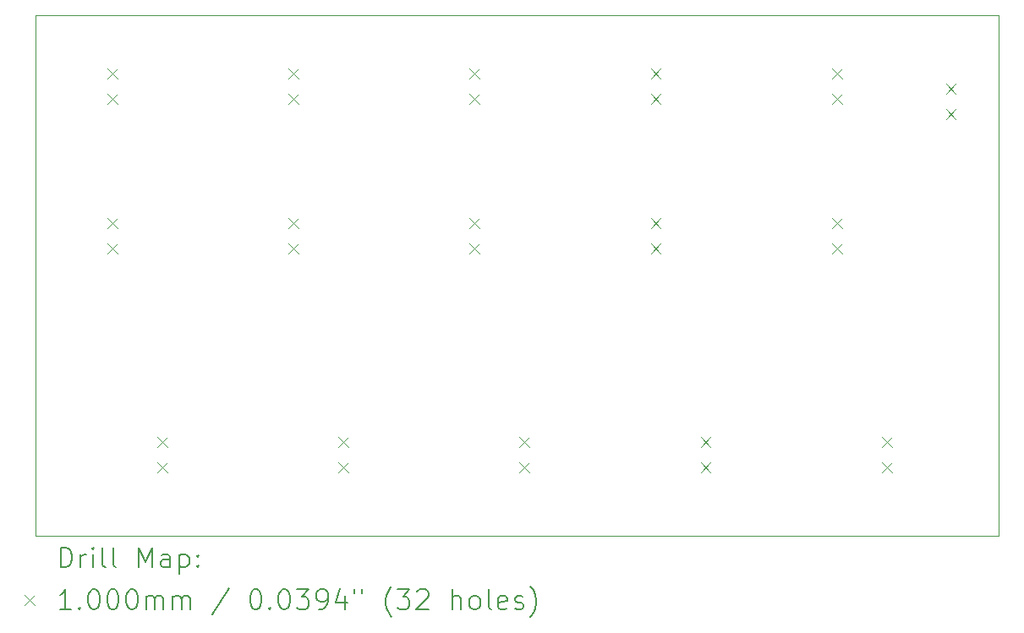
<source format=gbr>
%TF.GenerationSoftware,KiCad,Pcbnew,(6.0.11)*%
%TF.CreationDate,2024-01-05T21:44:51+00:00*%
%TF.ProjectId,LED-RESISTOR-TESTER,4c45442d-5245-4534-9953-544f522d5445,rev?*%
%TF.SameCoordinates,Original*%
%TF.FileFunction,Drillmap*%
%TF.FilePolarity,Positive*%
%FSLAX45Y45*%
G04 Gerber Fmt 4.5, Leading zero omitted, Abs format (unit mm)*
G04 Created by KiCad (PCBNEW (6.0.11)) date 2024-01-05 21:44:51*
%MOMM*%
%LPD*%
G01*
G04 APERTURE LIST*
%ADD10C,0.100000*%
%ADD11C,0.200000*%
G04 APERTURE END LIST*
D10*
X10832000Y-5617500D02*
X20480000Y-5617500D01*
X20480000Y-5617500D02*
X20480000Y-10830500D01*
X20480000Y-10830500D02*
X10832000Y-10830500D01*
X10832000Y-10830500D02*
X10832000Y-5617500D01*
D11*
D10*
X11551000Y-6149000D02*
X11651000Y-6249000D01*
X11651000Y-6149000D02*
X11551000Y-6249000D01*
X11551000Y-6403000D02*
X11651000Y-6503000D01*
X11651000Y-6403000D02*
X11551000Y-6503000D01*
X11551000Y-7649000D02*
X11651000Y-7749000D01*
X11651000Y-7649000D02*
X11551000Y-7749000D01*
X11551000Y-7903000D02*
X11651000Y-8003000D01*
X11651000Y-7903000D02*
X11551000Y-8003000D01*
X12051000Y-9840750D02*
X12151000Y-9940750D01*
X12151000Y-9840750D02*
X12051000Y-9940750D01*
X12051000Y-10094750D02*
X12151000Y-10194750D01*
X12151000Y-10094750D02*
X12051000Y-10194750D01*
X13365000Y-6149000D02*
X13465000Y-6249000D01*
X13465000Y-6149000D02*
X13365000Y-6249000D01*
X13365000Y-6403000D02*
X13465000Y-6503000D01*
X13465000Y-6403000D02*
X13365000Y-6503000D01*
X13365000Y-7649000D02*
X13465000Y-7749000D01*
X13465000Y-7649000D02*
X13365000Y-7749000D01*
X13365000Y-7903000D02*
X13465000Y-8003000D01*
X13465000Y-7903000D02*
X13365000Y-8003000D01*
X13865000Y-9840750D02*
X13965000Y-9940750D01*
X13965000Y-9840750D02*
X13865000Y-9940750D01*
X13865000Y-10094750D02*
X13965000Y-10194750D01*
X13965000Y-10094750D02*
X13865000Y-10194750D01*
X15179000Y-6149000D02*
X15279000Y-6249000D01*
X15279000Y-6149000D02*
X15179000Y-6249000D01*
X15179000Y-6403000D02*
X15279000Y-6503000D01*
X15279000Y-6403000D02*
X15179000Y-6503000D01*
X15179000Y-7649000D02*
X15279000Y-7749000D01*
X15279000Y-7649000D02*
X15179000Y-7749000D01*
X15179000Y-7903000D02*
X15279000Y-8003000D01*
X15279000Y-7903000D02*
X15179000Y-8003000D01*
X15679000Y-9840750D02*
X15779000Y-9940750D01*
X15779000Y-9840750D02*
X15679000Y-9940750D01*
X15679000Y-10094750D02*
X15779000Y-10194750D01*
X15779000Y-10094750D02*
X15679000Y-10194750D01*
X16993000Y-6149000D02*
X17093000Y-6249000D01*
X17093000Y-6149000D02*
X16993000Y-6249000D01*
X16993000Y-6403000D02*
X17093000Y-6503000D01*
X17093000Y-6403000D02*
X16993000Y-6503000D01*
X16993000Y-7649000D02*
X17093000Y-7749000D01*
X17093000Y-7649000D02*
X16993000Y-7749000D01*
X16993000Y-7903000D02*
X17093000Y-8003000D01*
X17093000Y-7903000D02*
X16993000Y-8003000D01*
X17493000Y-9840750D02*
X17593000Y-9940750D01*
X17593000Y-9840750D02*
X17493000Y-9940750D01*
X17493000Y-10094750D02*
X17593000Y-10194750D01*
X17593000Y-10094750D02*
X17493000Y-10194750D01*
X18807000Y-6149000D02*
X18907000Y-6249000D01*
X18907000Y-6149000D02*
X18807000Y-6249000D01*
X18807000Y-6403000D02*
X18907000Y-6503000D01*
X18907000Y-6403000D02*
X18807000Y-6503000D01*
X18807000Y-7649000D02*
X18907000Y-7749000D01*
X18907000Y-7649000D02*
X18807000Y-7749000D01*
X18807000Y-7903000D02*
X18907000Y-8003000D01*
X18907000Y-7903000D02*
X18807000Y-8003000D01*
X19307000Y-9840750D02*
X19407000Y-9940750D01*
X19407000Y-9840750D02*
X19307000Y-9940750D01*
X19307000Y-10094750D02*
X19407000Y-10194750D01*
X19407000Y-10094750D02*
X19307000Y-10194750D01*
X19948000Y-6298000D02*
X20048000Y-6398000D01*
X20048000Y-6298000D02*
X19948000Y-6398000D01*
X19948000Y-6552000D02*
X20048000Y-6652000D01*
X20048000Y-6552000D02*
X19948000Y-6652000D01*
D11*
X11084619Y-11145976D02*
X11084619Y-10945976D01*
X11132238Y-10945976D01*
X11160810Y-10955500D01*
X11179857Y-10974548D01*
X11189381Y-10993595D01*
X11198905Y-11031690D01*
X11198905Y-11060262D01*
X11189381Y-11098357D01*
X11179857Y-11117405D01*
X11160810Y-11136452D01*
X11132238Y-11145976D01*
X11084619Y-11145976D01*
X11284619Y-11145976D02*
X11284619Y-11012643D01*
X11284619Y-11050738D02*
X11294143Y-11031690D01*
X11303667Y-11022167D01*
X11322714Y-11012643D01*
X11341762Y-11012643D01*
X11408428Y-11145976D02*
X11408428Y-11012643D01*
X11408428Y-10945976D02*
X11398905Y-10955500D01*
X11408428Y-10965024D01*
X11417952Y-10955500D01*
X11408428Y-10945976D01*
X11408428Y-10965024D01*
X11532238Y-11145976D02*
X11513190Y-11136452D01*
X11503667Y-11117405D01*
X11503667Y-10945976D01*
X11637000Y-11145976D02*
X11617952Y-11136452D01*
X11608428Y-11117405D01*
X11608428Y-10945976D01*
X11865571Y-11145976D02*
X11865571Y-10945976D01*
X11932238Y-11088833D01*
X11998905Y-10945976D01*
X11998905Y-11145976D01*
X12179857Y-11145976D02*
X12179857Y-11041214D01*
X12170333Y-11022167D01*
X12151286Y-11012643D01*
X12113190Y-11012643D01*
X12094143Y-11022167D01*
X12179857Y-11136452D02*
X12160809Y-11145976D01*
X12113190Y-11145976D01*
X12094143Y-11136452D01*
X12084619Y-11117405D01*
X12084619Y-11098357D01*
X12094143Y-11079310D01*
X12113190Y-11069786D01*
X12160809Y-11069786D01*
X12179857Y-11060262D01*
X12275095Y-11012643D02*
X12275095Y-11212643D01*
X12275095Y-11022167D02*
X12294143Y-11012643D01*
X12332238Y-11012643D01*
X12351286Y-11022167D01*
X12360809Y-11031690D01*
X12370333Y-11050738D01*
X12370333Y-11107881D01*
X12360809Y-11126929D01*
X12351286Y-11136452D01*
X12332238Y-11145976D01*
X12294143Y-11145976D01*
X12275095Y-11136452D01*
X12456048Y-11126929D02*
X12465571Y-11136452D01*
X12456048Y-11145976D01*
X12446524Y-11136452D01*
X12456048Y-11126929D01*
X12456048Y-11145976D01*
X12456048Y-11022167D02*
X12465571Y-11031690D01*
X12456048Y-11041214D01*
X12446524Y-11031690D01*
X12456048Y-11022167D01*
X12456048Y-11041214D01*
D10*
X10727000Y-11425500D02*
X10827000Y-11525500D01*
X10827000Y-11425500D02*
X10727000Y-11525500D01*
D11*
X11189381Y-11565976D02*
X11075095Y-11565976D01*
X11132238Y-11565976D02*
X11132238Y-11365976D01*
X11113190Y-11394548D01*
X11094143Y-11413595D01*
X11075095Y-11423119D01*
X11275095Y-11546928D02*
X11284619Y-11556452D01*
X11275095Y-11565976D01*
X11265571Y-11556452D01*
X11275095Y-11546928D01*
X11275095Y-11565976D01*
X11408428Y-11365976D02*
X11427476Y-11365976D01*
X11446524Y-11375500D01*
X11456048Y-11385024D01*
X11465571Y-11404071D01*
X11475095Y-11442167D01*
X11475095Y-11489786D01*
X11465571Y-11527881D01*
X11456048Y-11546928D01*
X11446524Y-11556452D01*
X11427476Y-11565976D01*
X11408428Y-11565976D01*
X11389381Y-11556452D01*
X11379857Y-11546928D01*
X11370333Y-11527881D01*
X11360809Y-11489786D01*
X11360809Y-11442167D01*
X11370333Y-11404071D01*
X11379857Y-11385024D01*
X11389381Y-11375500D01*
X11408428Y-11365976D01*
X11598905Y-11365976D02*
X11617952Y-11365976D01*
X11637000Y-11375500D01*
X11646524Y-11385024D01*
X11656048Y-11404071D01*
X11665571Y-11442167D01*
X11665571Y-11489786D01*
X11656048Y-11527881D01*
X11646524Y-11546928D01*
X11637000Y-11556452D01*
X11617952Y-11565976D01*
X11598905Y-11565976D01*
X11579857Y-11556452D01*
X11570333Y-11546928D01*
X11560809Y-11527881D01*
X11551286Y-11489786D01*
X11551286Y-11442167D01*
X11560809Y-11404071D01*
X11570333Y-11385024D01*
X11579857Y-11375500D01*
X11598905Y-11365976D01*
X11789381Y-11365976D02*
X11808428Y-11365976D01*
X11827476Y-11375500D01*
X11837000Y-11385024D01*
X11846524Y-11404071D01*
X11856048Y-11442167D01*
X11856048Y-11489786D01*
X11846524Y-11527881D01*
X11837000Y-11546928D01*
X11827476Y-11556452D01*
X11808428Y-11565976D01*
X11789381Y-11565976D01*
X11770333Y-11556452D01*
X11760809Y-11546928D01*
X11751286Y-11527881D01*
X11741762Y-11489786D01*
X11741762Y-11442167D01*
X11751286Y-11404071D01*
X11760809Y-11385024D01*
X11770333Y-11375500D01*
X11789381Y-11365976D01*
X11941762Y-11565976D02*
X11941762Y-11432643D01*
X11941762Y-11451690D02*
X11951286Y-11442167D01*
X11970333Y-11432643D01*
X11998905Y-11432643D01*
X12017952Y-11442167D01*
X12027476Y-11461214D01*
X12027476Y-11565976D01*
X12027476Y-11461214D02*
X12037000Y-11442167D01*
X12056048Y-11432643D01*
X12084619Y-11432643D01*
X12103667Y-11442167D01*
X12113190Y-11461214D01*
X12113190Y-11565976D01*
X12208428Y-11565976D02*
X12208428Y-11432643D01*
X12208428Y-11451690D02*
X12217952Y-11442167D01*
X12237000Y-11432643D01*
X12265571Y-11432643D01*
X12284619Y-11442167D01*
X12294143Y-11461214D01*
X12294143Y-11565976D01*
X12294143Y-11461214D02*
X12303667Y-11442167D01*
X12322714Y-11432643D01*
X12351286Y-11432643D01*
X12370333Y-11442167D01*
X12379857Y-11461214D01*
X12379857Y-11565976D01*
X12770333Y-11356452D02*
X12598905Y-11613595D01*
X13027476Y-11365976D02*
X13046524Y-11365976D01*
X13065571Y-11375500D01*
X13075095Y-11385024D01*
X13084619Y-11404071D01*
X13094143Y-11442167D01*
X13094143Y-11489786D01*
X13084619Y-11527881D01*
X13075095Y-11546928D01*
X13065571Y-11556452D01*
X13046524Y-11565976D01*
X13027476Y-11565976D01*
X13008428Y-11556452D01*
X12998905Y-11546928D01*
X12989381Y-11527881D01*
X12979857Y-11489786D01*
X12979857Y-11442167D01*
X12989381Y-11404071D01*
X12998905Y-11385024D01*
X13008428Y-11375500D01*
X13027476Y-11365976D01*
X13179857Y-11546928D02*
X13189381Y-11556452D01*
X13179857Y-11565976D01*
X13170333Y-11556452D01*
X13179857Y-11546928D01*
X13179857Y-11565976D01*
X13313190Y-11365976D02*
X13332238Y-11365976D01*
X13351286Y-11375500D01*
X13360809Y-11385024D01*
X13370333Y-11404071D01*
X13379857Y-11442167D01*
X13379857Y-11489786D01*
X13370333Y-11527881D01*
X13360809Y-11546928D01*
X13351286Y-11556452D01*
X13332238Y-11565976D01*
X13313190Y-11565976D01*
X13294143Y-11556452D01*
X13284619Y-11546928D01*
X13275095Y-11527881D01*
X13265571Y-11489786D01*
X13265571Y-11442167D01*
X13275095Y-11404071D01*
X13284619Y-11385024D01*
X13294143Y-11375500D01*
X13313190Y-11365976D01*
X13446524Y-11365976D02*
X13570333Y-11365976D01*
X13503667Y-11442167D01*
X13532238Y-11442167D01*
X13551286Y-11451690D01*
X13560809Y-11461214D01*
X13570333Y-11480262D01*
X13570333Y-11527881D01*
X13560809Y-11546928D01*
X13551286Y-11556452D01*
X13532238Y-11565976D01*
X13475095Y-11565976D01*
X13456048Y-11556452D01*
X13446524Y-11546928D01*
X13665571Y-11565976D02*
X13703667Y-11565976D01*
X13722714Y-11556452D01*
X13732238Y-11546928D01*
X13751286Y-11518357D01*
X13760809Y-11480262D01*
X13760809Y-11404071D01*
X13751286Y-11385024D01*
X13741762Y-11375500D01*
X13722714Y-11365976D01*
X13684619Y-11365976D01*
X13665571Y-11375500D01*
X13656048Y-11385024D01*
X13646524Y-11404071D01*
X13646524Y-11451690D01*
X13656048Y-11470738D01*
X13665571Y-11480262D01*
X13684619Y-11489786D01*
X13722714Y-11489786D01*
X13741762Y-11480262D01*
X13751286Y-11470738D01*
X13760809Y-11451690D01*
X13932238Y-11432643D02*
X13932238Y-11565976D01*
X13884619Y-11356452D02*
X13837000Y-11499309D01*
X13960809Y-11499309D01*
X14027476Y-11365976D02*
X14027476Y-11404071D01*
X14103667Y-11365976D02*
X14103667Y-11404071D01*
X14398905Y-11642167D02*
X14389381Y-11632643D01*
X14370333Y-11604071D01*
X14360809Y-11585024D01*
X14351286Y-11556452D01*
X14341762Y-11508833D01*
X14341762Y-11470738D01*
X14351286Y-11423119D01*
X14360809Y-11394548D01*
X14370333Y-11375500D01*
X14389381Y-11346928D01*
X14398905Y-11337405D01*
X14456048Y-11365976D02*
X14579857Y-11365976D01*
X14513190Y-11442167D01*
X14541762Y-11442167D01*
X14560809Y-11451690D01*
X14570333Y-11461214D01*
X14579857Y-11480262D01*
X14579857Y-11527881D01*
X14570333Y-11546928D01*
X14560809Y-11556452D01*
X14541762Y-11565976D01*
X14484619Y-11565976D01*
X14465571Y-11556452D01*
X14456048Y-11546928D01*
X14656048Y-11385024D02*
X14665571Y-11375500D01*
X14684619Y-11365976D01*
X14732238Y-11365976D01*
X14751286Y-11375500D01*
X14760809Y-11385024D01*
X14770333Y-11404071D01*
X14770333Y-11423119D01*
X14760809Y-11451690D01*
X14646524Y-11565976D01*
X14770333Y-11565976D01*
X15008428Y-11565976D02*
X15008428Y-11365976D01*
X15094143Y-11565976D02*
X15094143Y-11461214D01*
X15084619Y-11442167D01*
X15065571Y-11432643D01*
X15037000Y-11432643D01*
X15017952Y-11442167D01*
X15008428Y-11451690D01*
X15217952Y-11565976D02*
X15198905Y-11556452D01*
X15189381Y-11546928D01*
X15179857Y-11527881D01*
X15179857Y-11470738D01*
X15189381Y-11451690D01*
X15198905Y-11442167D01*
X15217952Y-11432643D01*
X15246524Y-11432643D01*
X15265571Y-11442167D01*
X15275095Y-11451690D01*
X15284619Y-11470738D01*
X15284619Y-11527881D01*
X15275095Y-11546928D01*
X15265571Y-11556452D01*
X15246524Y-11565976D01*
X15217952Y-11565976D01*
X15398905Y-11565976D02*
X15379857Y-11556452D01*
X15370333Y-11537405D01*
X15370333Y-11365976D01*
X15551286Y-11556452D02*
X15532238Y-11565976D01*
X15494143Y-11565976D01*
X15475095Y-11556452D01*
X15465571Y-11537405D01*
X15465571Y-11461214D01*
X15475095Y-11442167D01*
X15494143Y-11432643D01*
X15532238Y-11432643D01*
X15551286Y-11442167D01*
X15560809Y-11461214D01*
X15560809Y-11480262D01*
X15465571Y-11499309D01*
X15637000Y-11556452D02*
X15656048Y-11565976D01*
X15694143Y-11565976D01*
X15713190Y-11556452D01*
X15722714Y-11537405D01*
X15722714Y-11527881D01*
X15713190Y-11508833D01*
X15694143Y-11499309D01*
X15665571Y-11499309D01*
X15646524Y-11489786D01*
X15637000Y-11470738D01*
X15637000Y-11461214D01*
X15646524Y-11442167D01*
X15665571Y-11432643D01*
X15694143Y-11432643D01*
X15713190Y-11442167D01*
X15789381Y-11642167D02*
X15798905Y-11632643D01*
X15817952Y-11604071D01*
X15827476Y-11585024D01*
X15837000Y-11556452D01*
X15846524Y-11508833D01*
X15846524Y-11470738D01*
X15837000Y-11423119D01*
X15827476Y-11394548D01*
X15817952Y-11375500D01*
X15798905Y-11346928D01*
X15789381Y-11337405D01*
M02*

</source>
